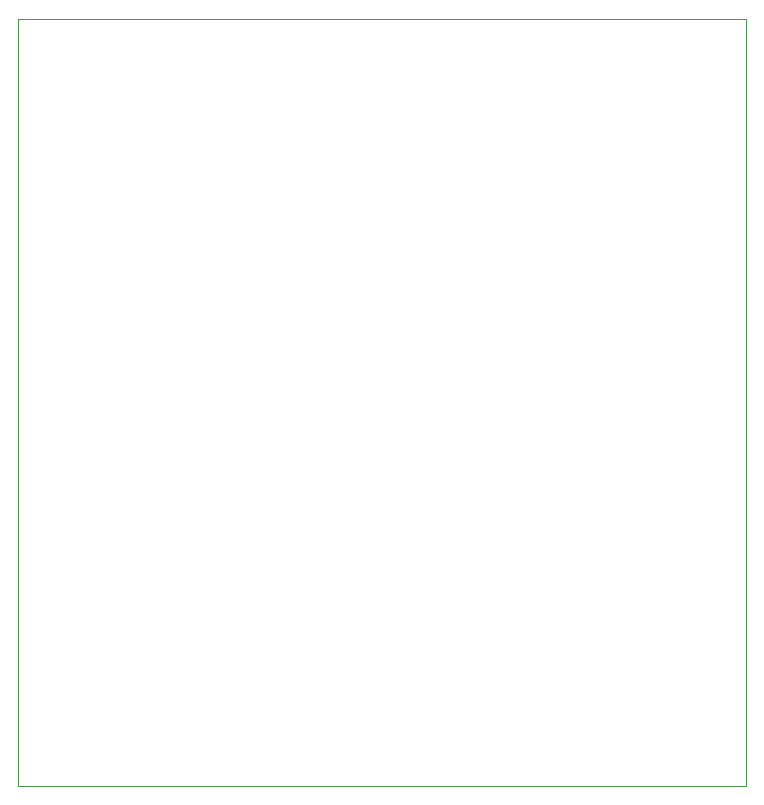
<source format=gbr>
%TF.GenerationSoftware,Altium Limited,Altium NEXUS,2.1.7 (73)*%
G04 Layer_Color=0*
%FSLAX44Y44*%
%MOMM*%
%TF.FileFunction,Profile,NP*%
%TF.Part,Single*%
G01*
G75*
%TA.AperFunction,Profile*%
%ADD63C,0.0254*%
D63*
X254000Y267970D02*
X869950Y267970D01*
Y916940D01*
X254000Y916940D01*
Y267970D01*
%TF.MD5,d2a98f8c8d7547cf17e557833da6ae93*%
M02*

</source>
